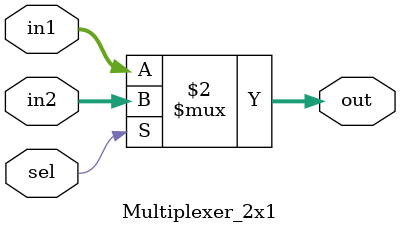
<source format=v>
`timescale 1ns / 1ps


module Multiplexer_2x1(input wire [31:0] in1, input wire [31:0] in2, input wire sel, output wire [31:0] out);
assign out = (sel == 1'b0) ? in1 : in2;
endmodule

</source>
